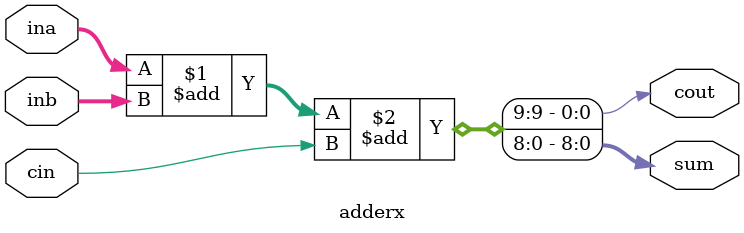
<source format=v>
module adderx(cout,sum,ina,inb,cin);
  parameter x=9;
  output[x-1:0] sum;
  output cout;
  input[x-1:0] ina,inb;
  input cin;
  assign {cout,sum}=ina+inb+cin;
endmodule
</source>
